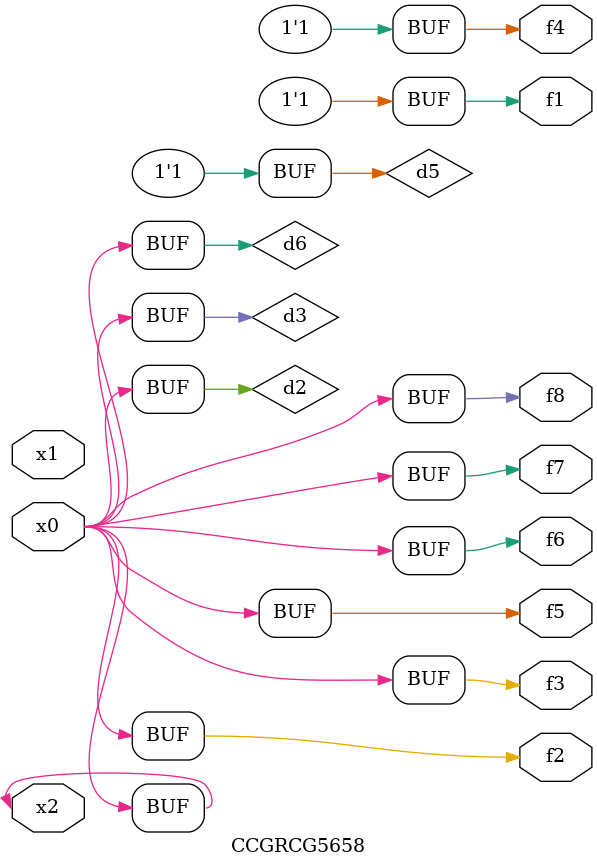
<source format=v>
module CCGRCG5658(
	input x0, x1, x2,
	output f1, f2, f3, f4, f5, f6, f7, f8
);

	wire d1, d2, d3, d4, d5, d6;

	xnor (d1, x2);
	buf (d2, x0, x2);
	and (d3, x0);
	xnor (d4, x1, x2);
	nand (d5, d1, d3);
	buf (d6, d2, d3);
	assign f1 = d5;
	assign f2 = d6;
	assign f3 = d6;
	assign f4 = d5;
	assign f5 = d6;
	assign f6 = d6;
	assign f7 = d6;
	assign f8 = d6;
endmodule

</source>
